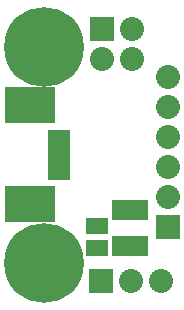
<source format=gbs>
G04 (created by PCBNEW (2013-04-19 BZR 4011)-stable) date 16/10/2013 10:05:19*
%MOIN*%
G04 Gerber Fmt 3.4, Leading zero omitted, Abs format*
%FSLAX34Y34*%
G01*
G70*
G90*
G04 APERTURE LIST*
%ADD10C,2.3622e-006*%
%ADD11R,0.075X0.055*%
%ADD12C,0.2661*%
%ADD13R,0.1696X0.1184*%
%ADD14R,0.0751X0.0397*%
%ADD15R,0.12X0.07*%
%ADD16R,0.08X0.08*%
%ADD17C,0.08*%
G04 APERTURE END LIST*
G54D10*
G54D11*
X61650Y-42475D03*
X61650Y-43225D03*
G54D12*
X59900Y-36500D03*
X59900Y-43700D03*
G54D13*
X59437Y-38446D03*
X59437Y-41754D03*
G54D14*
X60382Y-39470D03*
X60382Y-39785D03*
X60382Y-40730D03*
X60382Y-40415D03*
X60382Y-40100D03*
G54D15*
X62750Y-41950D03*
X62750Y-43150D03*
G54D16*
X61800Y-44300D03*
G54D17*
X62800Y-44300D03*
X63800Y-44300D03*
G54D16*
X64010Y-42500D03*
G54D17*
X64010Y-41500D03*
X64010Y-40500D03*
X64010Y-39500D03*
X64010Y-38500D03*
X64010Y-37500D03*
G54D16*
X61810Y-35900D03*
G54D17*
X61810Y-36900D03*
X62810Y-35900D03*
X62810Y-36900D03*
M02*

</source>
